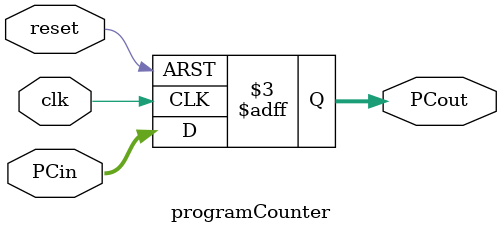
<source format=v>
module programCounter (clk, reset, PCin, PCout);
	
input clk,reset;
input [7:0] PCin;
output reg [7:0] PCout;

always @(posedge clk, negedge reset)
	begin
	
	if (~reset)
		PCout <= 8'b11111111;
		
	else
		PCout<=PCin;
	end

endmodule 

</source>
